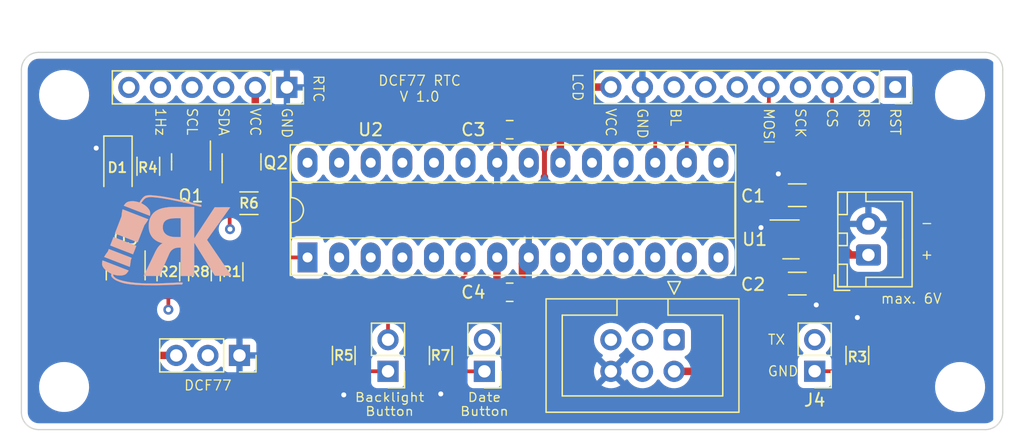
<source format=kicad_pcb>
(kicad_pcb (version 20211014) (generator pcbnew)
  (title_block (rev "1"))
  (layers (0 "F.Cu" signal "Front") (1 "In1.Cu" signal) (2 "In2.Cu" signal) (31 "B.Cu" signal "Back") (34 "B.Paste" user) (35 "F.Paste" user) (36 "B.SilkS" user "B.Silkscreen") (37 "F.SilkS" user "F.Silkscreen") (38 "B.Mask" user) (39 "F.Mask" user) (44 "Edge.Cuts" user))
  (net 0 "")
  (net 1 "/V_IN")
  (net 2 "GND")
  (net 3 "/VCC")
  (net 4 "Net-(D1-Pad2)")
  (net 5 "/MISO")
  (net 6 "/SCK")
  (net 7 "/MOSI")
  (net 8 "/RESET")
  (net 9 "/DISP_RST")
  (net 10 "/RS")
  (net 11 "/CS")
  (net 12 "/BACKLIGHT")
  (net 13 "/SDA")
  (net 14 "/SCL")
  (net 15 "/RTC_1HZ")
  (net 16 "/SIGNAL")
  (net 17 "Net-(Q1-Pad1)")
  (net 18 "Net-(Q1-Pad2)")
  (net 19 "/DCF77_ON_OFF")
  (net 20 "/BL_BUTTON")
  (net 21 "/DT_BUTTON")
  (net 25 "/TX_SERIAL")
  (net 32 "Net-(J4-Pad1)")
  (net 35 "Net-(J6-Pad1)")
  (net 36 "/VCC-DCF77")
  (net 37 "Net-(J8-Pad1)")
  (net 38 "/SWITCH_DCF77")
  (footprint "Connector_PinSocket_2.54mm:PinSocket_1x06_P2.54mm_Vertical" (layer "F.Cu") (at 104.648 70.637 -90)
    (fp_text reference "J5" hide)
    (fp_text value "DS3231")
    (pad "1" thru_hole rect (at 0 0 270) (size 1.7 1.7) (drill 1) (layers *.Cu *.Mask) (net 2 "GND"))
    (pad "2" thru_hole oval (at 0 2.54 270) (size 1.7 1.7) (drill 1) (layers *.Cu *.Mask) (net 3 "/VCC"))
    (pad "3" thru_hole oval (at 0 5.08 270) (size 1.7 1.7) (drill 1) (layers *.Cu *.Mask) (net 13 "/SDA"))
    (pad "4" thru_hole oval (at 0 7.62 270) (size 1.7 1.7) (drill 1) (layers *.Cu *.Mask) (net 14 "/SCL"))
    (pad "5" thru_hole oval (at 0 10.16 270) (size 1.7 1.7) (drill 1) (layers *.Cu *.Mask) (net 15 "/RTC_1HZ"))
    (pad "6" thru_hole oval (at 0 12.7 270) (size 1.7 1.7) (drill 1) (layers *.Cu *.Mask))
  )
  (footprint "Resistor_SMD:R_1206_3216Metric_Pad1.30x1.75mm_HandSolder" (layer "F.Cu") (at 150.495 92.197 90)
    (fp_text reference "R3" (at -0.132 0 180) (layer "F.SilkS") (effects (font (size 0.8 0.8))))
    (fp_text value "1k")
    (pad "1" smd roundrect (at -1.55 0 90) (size 1.3 1.75) (layers "F.Cu" "F.Paste" "F.Mask") (roundrect_rratio 0.192308) (net 32 "Net-(J4-Pad1)"))
    (pad "2" smd roundrect (at 1.55 0 90) (size 1.3 1.75) (layers "F.Cu" "F.Paste" "F.Mask") (roundrect_rratio 0.192308) (net 2 "GND"))
  )
  (footprint "Connector_PinSocket_2.54mm:PinSocket_1x03_P2.54mm_Vertical" (layer "F.Cu") (at 100.838 92.202 -90)
    (fp_text reference "J7" hide)
    (fp_text value "DCF77-Receiver")
    (pad "1" thru_hole rect (at 0 0 270) (size 1.7 1.7) (drill 1) (layers *.Cu *.Mask) (net 2 "GND"))
    (pad "2" thru_hole oval (at 0 2.54 270) (size 1.7 1.7) (drill 1) (layers *.Cu *.Mask) (net 16 "/SIGNAL"))
    (pad "3" thru_hole oval (at 0 5.08 270) (size 1.7 1.7) (drill 1) (layers *.Cu *.Mask) (net 36 "/VCC-DCF77"))
  )
  (footprint "Capacitor_SMD:C_0805_2012Metric_Pad1.18x1.45mm_HandSolder" (layer "F.Cu") (at 122.555 87.122 180)
    (fp_text reference "C4" (at 2.921 0 180) (layer "F.SilkS"))
    (fp_text value "100n")
    (pad "1" smd roundrect (at -1.0375 0 180) (size 1.175 1.45) (layers "F.Cu" "F.Paste" "F.Mask") (roundrect_rratio 0.212766) (net 2 "GND"))
    (pad "2" smd roundrect (at 1.0375 0 180) (size 1.175 1.45) (layers "F.Cu" "F.Paste" "F.Mask") (roundrect_rratio 0.212766) (net 3 "/VCC"))
  )
  (footprint "Resistor_SMD:R_1206_3216Metric_Pad1.30x1.75mm_HandSolder" (layer "F.Cu") (at 109.22 92.202 -90)
    (fp_text reference "R5" (at 0 0 180) (layer "F.SilkS") (effects (font (size 0.8 0.8))))
    (fp_text value "8k2" hide)
    (pad "1" smd roundrect (at -1.55 0 270) (size 1.3 1.75) (layers "F.Cu" "F.Paste" "F.Mask") (roundrect_rratio 0.192308) (net 35 "Net-(J6-Pad1)"))
    (pad "2" smd roundrect (at 1.55 0 270) (size 1.3 1.75) (layers "F.Cu" "F.Paste" "F.Mask") (roundrect_rratio 0.192308) (net 2 "GND"))
  )
  (footprint "Resistor_SMD:R_1206_3216Metric_Pad1.30x1.75mm_HandSolder" (layer "F.Cu") (at 101.6 79.9557 180)
    (fp_text reference "R6" (at 0 0) (layer "F.SilkS") (effects (font (size 0.8 0.8))))
    (fp_text value "39k" hide)
    (pad "1" smd roundrect (at -1.55 0 180) (size 1.3 1.75) (layers "F.Cu" "F.Paste" "F.Mask") (roundrect_rratio 0.192308) (net 3 "/VCC"))
    (pad "2" smd roundrect (at 1.55 0 180) (size 1.3 1.75) (layers "F.Cu" "F.Paste" "F.Mask") (roundrect_rratio 0.192308) (net 16 "/SIGNAL"))
  )
  (footprint "Capacitor_SMD:C_1206_3216Metric_Pad1.33x1.80mm_HandSolder" (layer "F.Cu") (at 145.669 86.4235)
    (fp_text reference "C2" (at -3.556 0.0635) (layer "F.SilkS"))
    (fp_text value "1u")
    (pad "1" smd roundrect (at -1.5625 0) (size 1.325 1.8) (layers "F.Cu" "F.Paste" "F.Mask") (roundrect_rratio 0.188679) (net 3 "/VCC"))
    (pad "2" smd roundrect (at 1.5625 0) (size 1.325 1.8) (layers "F.Cu" "F.Paste" "F.Mask") (roundrect_rratio 0.188679) (net 2 "GND"))
  )
  (footprint "Connector_PinHeader_2.54mm:PinHeader_1x02_P2.54mm_Vertical" (layer "F.Cu") (at 112.776 93.477 180)
    (fp_text reference "J6" hide)
    (fp_text value "Conn_01x02")
    (pad "1" thru_hole rect (at 0 0 180) (size 1.7 1.7) (drill 1) (layers *.Cu *.Mask) (net 35 "Net-(J6-Pad1)"))
    (pad "2" thru_hole oval (at 0 2.54 180) (size 1.7 1.7) (drill 1) (layers *.Cu *.Mask) (net 20 "/BL_BUTTON"))
  )
  (footprint "MountingHole:MountingHole_3mm" (layer "F.Cu") (at 158.75 94.742)
    (fp_text reference "H4" hide)
    (fp_text value "MountingHole")
    (pad "" np_thru_hole circle (at 0 0) (size 3 3) (drill 3) (layers *.Cu *.Mask))
  )
  (footprint "Capacitor_SMD:C_1206_3216Metric_Pad1.33x1.80mm_HandSolder" (layer "F.Cu") (at 145.669 79.3115 180)
    (fp_text reference "C1" (at 3.556 -0.0635 180) (layer "F.SilkS"))
    (fp_text value "1u")
    (pad "1" smd roundrect (at -1.5625 0 180) (size 1.325 1.8) (layers "F.Cu" "F.Paste" "F.Mask") (roundrect_rratio 0.188679) (net 1 "/V_IN"))
    (pad "2" smd roundrect (at 1.5625 0 180) (size 1.325 1.8) (layers "F.Cu" "F.Paste" "F.Mask") (roundrect_rratio 0.188679) (net 2 "GND"))
  )
  (footprint "Resistor_SMD:R_1206_3216Metric_Pad1.30x1.75mm_HandSolder" (layer "F.Cu") (at 97.663 85.471 -90)
    (fp_text reference "R8" (at 0 0 180) (layer "F.SilkS") (effects (font (size 0.8 0.8))))
    (fp_text value "22k" hide)
    (pad "1" smd roundrect (at -1.55 0 270) (size 1.3 1.75) (layers "F.Cu" "F.Paste" "F.Mask") (roundrect_rratio 0.192308) (net 3 "/VCC"))
    (pad "2" smd roundrect (at 1.55 0 270) (size 1.3 1.75) (layers "F.Cu" "F.Paste" "F.Mask") (roundrect_rratio 0.192308) (net 19 "/DCF77_ON_OFF"))
  )
  (footprint "Resistor_SMD:R_1206_3216Metric_Pad1.30x1.75mm_HandSolder" (layer "F.Cu") (at 100.203 85.471 -90)
    (fp_text reference "R1" (at 0 0 -180) (layer "F.SilkS") (effects (font (size 0.8 0.8))))
    (fp_text value "22K")
    (pad "1" smd roundrect (at -1.55 0 270) (size 1.3 1.75) (layers "F.Cu" "F.Paste" "F.Mask") (roundrect_rratio 0.192308) (net 3 "/VCC"))
    (pad "2" smd roundrect (at 1.55 0 270) (size 1.3 1.75) (layers "F.Cu" "F.Paste" "F.Mask") (roundrect_rratio 0.192308) (net 8 "/RESET"))
  )
  (footprint "Connector_PinHeader_2.54mm:PinHeader_1x02_P2.54mm_Vertical" (layer "F.Cu") (at 147.066 93.472 180)
    (fp_text reference "J4" (at 0 -2.33) (layer "F.SilkS"))
    (fp_text value "Conn_01x02")
    (pad "1" thru_hole rect (at 0 0 180) (size 1.7 1.7) (drill 1) (layers *.Cu *.Mask) (net 32 "Net-(J4-Pad1)"))
    (pad "2" thru_hole oval (at 0 2.54 180) (size 1.7 1.7) (drill 1) (layers *.Cu *.Mask) (net 25 "/TX_SERIAL"))
  )
  (footprint "MountingHole:MountingHole_3mm" (layer "F.Cu") (at 158.75 71.247)
    (fp_text reference "H2" hide)
    (fp_text value "MountingHole")
    (pad "" np_thru_hole circle (at 0 0) (size 3 3) (drill 3) (layers *.Cu *.Mask))
  )
  (footprint "Connector_JST:JST_XH_B2B-XH-A_1x02_P2.50mm_Vertical" (layer "F.Cu") (at 151.384 84.1175 90)
    (fp_text reference "J1" hide)
    (fp_text value "Conn_01x02_Male")
    (pad "1" thru_hole roundrect (at 0 0 90) (size 1.7 2) (drill 1) (layers *.Cu *.Mask) (roundrect_rratio 0.147059) (net 1 "/V_IN"))
    (pad "2" thru_hole oval (at 2.5 0 90) (size 1.7 2) (drill 1) (layers *.Cu *.Mask) (net 2 "GND"))
  )
  (footprint "Connector_IDC:IDC-Header_2x03_P2.54mm_Vertical" (layer "F.Cu") (at 135.768 90.9415 -90)
    (fp_text reference "J2" hide)
    (fp_text value "ISP")
    (pad "1" thru_hole roundrect (at 0 0 270) (size 1.7 1.7) (drill 1) (layers *.Cu *.Mask) (roundrect_rratio 0.147059) (net 5 "/MISO"))
    (pad "2" thru_hole circle (at 2.54 0 270) (size 1.7 1.7) (drill 1) (layers *.Cu *.Mask) (net 3 "/VCC"))
    (pad "3" thru_hole circle (at 0 2.54 270) (size 1.7 1.7) (drill 1) (layers *.Cu *.Mask) (net 6 "/SCK"))
    (pad "4" thru_hole circle (at 2.54 2.54 270) (size 1.7 1.7) (drill 1) (layers *.Cu *.Mask) (net 7 "/MOSI"))
    (pad "5" thru_hole circle (at 0 5.08 270) (size 1.7 1.7) (drill 1) (layers *.Cu *.Mask) (net 8 "/RESET"))
    (pad "6" thru_hole circle (at 2.54 5.08 270) (size 1.7 1.7) (drill 1) (layers *.Cu *.Mask) (net 2 "GND"))
  )
  (footprint "Package_TO_SOT_SMD:SOT-23" (layer "F.Cu") (at 145.161 82.8675)
    (fp_text reference "U1" (at -2.921 0 180) (layer "F.SilkS"))
    (fp_text value "MCP1700-3002E_SOT23")
    (pad "1" smd roundrect (at -0.9375 -0.95) (size 1.475 0.6) (layers "F.Cu" "F.Paste" "F.Mask") (net 2 "GND"))
    (pad "2" smd roundrect (at -0.9375 0.95) (size 1.475 0.6) (layers "F.Cu" "F.Paste" "F.Mask") (net 3 "/VCC"))
    (pad "3" smd roundrect (at 0.9375 0) (size 1.475 0.6) (layers "F.Cu" "F.Paste" "F.Mask") (net 1 "/V_IN"))
  )
  (footprint "MountingHole:MountingHole_3mm" (layer "F.Cu") (at 86.741 71.247)
    (fp_text reference "H1" hide)
    (fp_text value "MountingHole")
    (pad "" np_thru_hole circle (at 0 0) (size 3 3) (drill 3) (layers *.Cu *.Mask))
  )
  (footprint "Package_TO_SOT_SMD:SOT-23" (layer "F.Cu") (at 96.941 76.6295 -90)
    (fp_text reference "Q1" (at 2.7455 0) (layer "F.SilkS"))
    (fp_text value "BC847")
    (pad "1" smd roundrect (at -0.9375 -0.95 270) (size 1.475 0.6) (layers "F.Cu" "F.Paste" "F.Mask") (net 17 "Net-(Q1-Pad1)"))
    (pad "2" smd roundrect (at -0.9375 0.95 270) (size 1.475 0.6) (layers "F.Cu" "F.Paste" "F.Mask") (net 18 "Net-(Q1-Pad2)"))
    (pad "3" smd roundrect (at 0.9375 0 270) (size 1.475 0.6) (layers "F.Cu" "F.Paste" "F.Mask") (net 3 "/VCC"))
  )
  (footprint "Connector_PinHeader_2.54mm:PinHeader_1x02_P2.54mm_Vertical" (layer "F.Cu") (at 120.523 93.482 180)
    (fp_text reference "J8" hide)
    (fp_text value "Conn_01x02")
    (pad "1" thru_hole rect (at 0 0 180) (size 1.7 1.7) (drill 1) (layers *.Cu *.Mask) (net 37 "Net-(J8-Pad1)"))
    (pad "2" thru_hole oval (at 0 2.54 180) (size 1.7 1.7) (drill 1) (layers *.Cu *.Mask) (net 21 "/DT_BUTTON"))
  )
  (footprint "Resistor_SMD:R_1206_3216Metric_Pad1.30x1.75mm_HandSolder" (layer "F.Cu") (at 95.123 85.471 90)
    (fp_text reference "R2" (at 0 0 180) (layer "F.SilkS") (effects (font (size 0.8 0.8))))
    (fp_text value "1k" hide)
    (pad "1" smd roundrect (at -1.55 0 90) (size 1.3 1.75) (layers "F.Cu" "F.Paste" "F.Mask") (roundrect_rratio 0.192308) (net 38 "/SWITCH_DCF77"))
    (pad "2" smd roundrect (at 1.55 0 90) (size 1.3 1.75) (layers "F.Cu" "F.Paste" "F.Mask") (roundrect_rratio 0.192308) (net 19 "/DCF77_ON_OFF"))
  )
  (footprint "Connector_PinSocket_2.54mm:PinSocket_1x10_P2.54mm_Vertical" (layer "F.Cu") (at 153.543 70.612 -90)
    (fp_text reference "J3" hide)
    (fp_text value "LCD_Carrier_Board")
    (pad "1" thru_hole rect (at 0 0 270) (size 1.7 1.7) (drill 1) (layers *.Cu *.Mask) (net 9 "/DISP_RST"))
    (pad "2" thru_hole oval (at 0 2.54 270) (size 1.7 1.7) (drill 1) (layers *.Cu *.Mask) (net 10 "/RS"))
    (pad "3" thru_hole oval (at 0 5.08 270) (size 1.7 1.7) (drill 1) (layers *.Cu *.Mask) (net 11 "/CS"))
    (pad "4" thru_hole oval (at 0 7.62 270) (size 1.7 1.7) (drill 1) (layers *.Cu *.Mask) (net 6 "/SCK"))
    (pad "5" thru_hole oval (at 0 10.16 270) (size 1.7 1.7) (drill 1) (layers *.Cu *.Mask) (net 7 "/MOSI"))
    (pad "6" thru_hole oval (at 0 12.7 270) (size 1.7 1.7) (drill 1) (layers *.Cu *.Mask))
    (pad "7" thru_hole oval (at 0 15.24 270) (size 1.7 1.7) (drill 1) (layers *.Cu *.Mask))
    (pad "8" thru_hole oval (at 0 17.78 270) (size 1.7 1.7) (drill 1) (layers *.Cu *.Mask) (net 12 "/BACKLIGHT"))
    (pad "9" thru_hole oval (at 0 20.32 270) (size 1.7 1.7) (drill 1) (layers *.Cu *.Mask) (net 2 "GND"))
    (pad "10" thru_hole oval (at 0 22.86 270) (size 1.7 1.7) (drill 1) (layers *.Cu *.Mask) (net 3 "/VCC"))
  )
  (footprint "Capacitor_SMD:C_0805_2012Metric_Pad1.18x1.45mm_HandSolder" (layer "F.Cu") (at 122.555 74.041 180)
    (fp_text reference "C3" (at 2.921 0 180) (layer "F.SilkS"))
    (fp_text value "100n")
    (pad "1" smd roundrect (at -1.0375 0 180) (size 1.175 1.45) (layers "F.Cu" "F.Paste" "F.Mask") (roundrect_rratio 0.212766) (net 3 "/VCC"))
    (pad "2" smd roundrect (at 1.0375 0 180) (size 1.175 1.45) (layers "F.Cu" "F.Paste" "F.Mask") (roundrect_rratio 0.212766) (net 2 "GND"))
  )
  (footprint "Resistor_SMD:R_1206_3216Metric_Pad1.30x1.75mm_HandSolder" (layer "F.Cu") (at 93.512 76.9845 90)
    (fp_text reference "R4" (at -0.1045 -0.04 180) (layer "F.SilkS") (effects (font (size 0.8 0.8))))
    (fp_text value "470R")
    (pad "1" smd roundrect (at -1.55 0 90) (size 1.3 1.75) (layers "F.Cu" "F.Paste" "F.Mask") (roundrect_rratio 0.192308) (net 4 "Net-(D1-Pad2)"))
    (pad "2" smd roundrect (at 1.55 0 90) (size 1.3 1.75) (layers "F.Cu" "F.Paste" "F.Mask") (roundrect_rratio 0.192308) (net 18 "Net-(Q1-Pad2)"))
  )
  (footprint "Package_TO_SOT_SMD:SOT-23" (layer "F.Cu") (at 91.694 85.471 -90)
    (fp_text reference "Q3" (at -2.667 0) (layer "F.SilkS"))
    (fp_text value "IRLML6402")
    (pad "1" smd roundrect (at -0.9375 -0.95 270) (size 1.475 0.6) (layers "F.Cu" "F.Paste" "F.Mask") (net 19 "/DCF77_ON_OFF"))
    (pad "2" smd roundrect (at -0.9375 0.95 270) (size 1.475 0.6) (layers "F.Cu" "F.Paste" "F.Mask") (net 3 "/VCC"))
    (pad "3" smd roundrect (at 0.9375 0 270) (size 1.475 0.6) (layers "F.Cu" "F.Paste" "F.Mask") (net 36 "/VCC-DCF77"))
  )
  (footprint "MountingHole:MountingHole_3mm" (layer "F.Cu") (at 86.741 94.742)
    (fp_text reference "H3" hide)
    (fp_text value "MountingHole")
    (pad "" np_thru_hole circle (at 0 0) (size 3 3) (drill 3) (layers *.Cu *.Mask))
  )
  (footprint "Package_TO_SOT_SMD:SOT-23" (layer "F.Cu") (at 101.005 76.6295 90)
    (fp_text reference "Q2" (at -0.0785 2.754) (layer "F.SilkS"))
    (fp_text value "IRLML6402" hide)
    (pad "1" smd roundrect (at -0.9375 -0.95 90) (size 1.475 0.6) (layers "F.Cu" "F.Paste" "F.Mask") (net 16 "/SIGNAL"))
    (pad "2" smd roundrect (at -0.9375 0.95 90) (size 1.475 0.6) (layers "F.Cu" "F.Paste" "F.Mask") (net 3 "/VCC"))
    (pad "3" smd roundrect (at 0.9375 0 90) (size 1.475 0.6) (layers "F.Cu" "F.Paste" "F.Mask") (net 17 "Net-(Q1-Pad1)"))
  )
  (footprint "Package_DIP:DIP-28_W7.62mm_Socket_LongPads" (layer "F.Cu") (at 106.309 84.318 90)
    (fp_text reference "U2" (at 10.277 5.07 180) (layer "F.SilkS"))
    (fp_text value "ATtiny88-P")
    (pad "1" thru_hole rect (at 0 0 90) (size 2.4 1.6) (drill 0.8) (layers *.Cu *.Mask) (net 8 "/RESET"))
    (pad "2" thru_hole oval (at 0 2.54 90) (size 2.4 1.6) (drill 0.8) (layers *.Cu *.Mask))
    (pad "3" thru_hole oval (at 0 5.08 90) (size 2.4 1.6) (drill 0.8) (layers *.Cu *.Mask))
    (pad "4" thru_hole oval (at 0 7.62 90) (size 2.4 1.6) (drill 0.8) (layers *.Cu *.Mask) (net 16 "/SIGNAL"))
    (pad "5" thru_hole oval (at 0 10.16 90) (size 2.4 1.6) (drill 0.8) (layers *.Cu *.Mask) (net 15 "/RTC_1HZ"))
    (pad "6" thru_hole oval (at 0 12.7 90) (size 2.4 1.6) (drill 0.8) (layers *.Cu *.Mask) (net 20 "/BL_BUTTON"))
    (pad "7" thru_hole oval (at 0 15.24 90) (size 2.4 1.6) (drill 0.8) (layers *.Cu *.Mask) (net 3 "/VCC"))
    (pad "8" thru_hole oval (at 0 17.78 90) (size 2.4 1.6) (drill 0.8) (layers *.Cu *.Mask) (net 2 "GND"))
    (pad "9" thru_hole oval (at 0 20.32 90) (size 2.4 1.6) (drill 0.8) (layers *.Cu *.Mask) (net 38 "/SWITCH_DCF77"))
    (pad "10" thru_hole oval (at 0 22.86 90) (size 2.4 1.6) (drill 0.8) (layers *.Cu *.Mask))
    (pad "11" thru_hole oval (at 0 25.4 90) (size 2.4 1.6) (drill 0.8) (layers *.Cu *.Mask) (net 21 "/DT_BUTTON"))
    (pad "12" thru_hole oval (at 0 27.94 90) (size 2.4 1.6) (drill 0.8) (layers *.Cu *.Mask) (net 25 "/TX_SERIAL"))
    (pad "13" thru_hole oval (at 0 30.48 90) (size 2.4 1.6) (drill 0.8) (layers *.Cu *.Mask) (net 10 "/RS"))
    (pad "14" thru_hole oval (at 0 33.02 90) (size 2.4 1.6) (drill 0.8) (layers *.Cu *.Mask) (net 9 "/DISP_RST"))
    (pad "15" thru_hole oval (at 7.62 33.02 90) (size 2.4 1.6) (drill 0.8) (layers *.Cu *.Mask) (net 12 "/BACKLIGHT"))
    (pad "16" thru_hole oval (at 7.62 30.48 90) (size 2.4 1.6) (drill 0.8) (layers *.Cu *.Mask) (net 11 "/CS"))
    (pad "17" thru_hole oval (at 7.62 27.94 90) (size 2.4 1.6) (drill 0.8) (layers *.Cu *.Mask) (net 7 "/MOSI"))
    (pad "18" thru_hole oval (at 7.62 25.4 90) (size 2.4 1.6) (drill 0.8) (layers *.Cu *.Mask) (net 5 "/MISO"))
    (pad "19" thru_hole oval (at 7.62 22.86 90) (size 2.4 1.6) (drill 0.8) (layers *.Cu *.Mask) (net 6 "/SCK"))
    (pad "20" thru_hole oval (at 7.62 20.32 90) (size 2.4 1.6) (drill 0.8) (layers *.Cu *.Mask) (net 3 "/VCC"))
    (pad "21" thru_hole oval (at 7.62 17.78 90) (size 2.4 1.6) (drill 0.8) (layers *.Cu *.Mask))
    (pad "22" thru_hole oval (at 7.62 15.24 90) (size 2.4 1.6) (drill 0.8) (layers *.Cu *.Mask) (net 2 "GND"))
    (pad "23" thru_hole oval (at 7.62 12.7 90) (size 2.4 1.6) (drill 0.8) (layers *.Cu *.Mask))
    (pad "24" thru_hole oval (at 7.62 10.16 90) (size 2.4 1.6) (drill 0.8) (layers *.Cu *.Mask))
    (pad "25" thru_hole oval (at 7.62 7.62 90) (size 2.4 1.6) (drill 0.8) (layers *.Cu *.Mask))
    (pad "26" thru_hole oval (at 7.62 5.08 90) (size 2.4 1.6) (drill 0.8) (layers *.Cu *.Mask))
    (pad "27" thru_hole oval (at 7.62 2.54 90) (size 2.4 1.6) (drill 0.8) (layers *.Cu *.Mask) (net 13 "/SDA"))
    (pad "28" thru_hole oval (at 7.62 0 90) (size 2.4 1.6) (drill 0.8) (layers *.Cu *.Mask) (net 14 "/SCL"))
  )
  (footprint "LED_SMD:LED_1206_3216Metric_Pad1.42x1.75mm_HandSolder" (layer "F.Cu") (at 91.0736 77.0093 -90)
    (fp_text reference "D1" (at 0.0797 0.052) (layer "F.SilkS") (effects (font (size 0.8 0.8))))
    (fp_text value "LED")
    (pad "1" smd roundrect (at -1.4875 0 270) (size 1.425 1.75) (layers "F.Cu" "F.Paste" "F.Mask") (roundrect_rratio 0.175439) (net 2 "GND"))
    (pad "2" smd roundrect (at 1.4875 0 270) (size 1.425 1.75) (layers "F.Cu" "F.Paste" "F.Mask") (roundrect_rratio 0.175439) (net 4 "Net-(D1-Pad2)"))
  )
  (footprint "Resistor_SMD:R_1206_3216Metric_Pad1.30x1.75mm_HandSolder" (layer "F.Cu") (at 117.016 92.207 -90)
    (fp_text reference "R7" (at -0.005 0.0236 180) (layer "F.SilkS") (effects (font (size 0.8 0.8))))
    (fp_text value "8k2" hide)
    (pad "1" smd roundrect (at -1.55 0 270) (size 1.3 1.75) (layers "F.Cu" "F.Paste" "F.Mask") (roundrect_rratio 0.192308) (net 37 "Net-(J8-Pad1)"))
    (pad "2" smd roundrect (at 1.55 0 270) (size 1.3 1.75) (layers "F.Cu" "F.Paste" "F.Mask") (roundrect_rratio 0.192308) (net 2 "GND"))
  )
  (footprint "MySymbol:KR-Logo_10.4x7.2mm_SilkScreen" (layer "B.Cu") (at 94.996 82.931 180)
    (fp_text reference "G***" hide)
    (fp_text value "KR-Logo-10.4mm-SilkScreen" hide)
  )
  (gr_arc (start 83.312 69.215) (mid 83.721172 68.227172) (end 84.709 67.818) (layer "Edge.Cuts") (width 0.1))
  (gr_line (start 162.179 69.215) (end 162.179 96.774) (layer "Edge.Cuts") (width 0.1))
  (gr_arc (start 160.782 67.818) (mid 161.769828 68.227172) (end 162.179 69.215) (layer "Edge.Cuts") (width 0.1))
  (gr_arc (start 162.179 96.774) (mid 161.769828 97.761828) (end 160.782 98.171) (layer "Edge.Cuts") (width 0.1))
  (gr_line (start 83.312 69.215) (end 83.312 96.774) (layer "Edge.Cuts") (width 0.1))
  (gr_arc (start 84.709 98.171) (mid 83.721172 97.761828) (end 83.312 96.774) (layer "Edge.Cuts") (width 0.1))
  (gr_line (start 160.782 67.818) (end 84.709 67.818) (layer "Edge.Cuts") (width 0.1))
  (gr_line (start 84.709 98.171) (end 160.782 98.171) (layer "Edge.Cuts") (width 0.1))
  (gr_text "VCC" (at 102.108 73.425048 270) (layer "F.SilkS") (effects (font (size 0.8 0.8) (thickness 0.1))))
  (gr_text "TX" (at 143.992667 90.932) (layer "F.SilkS") (effects (font (size 0.8 0.8) (thickness 0.1))))
  (gr_text "RTC" (at 107.188 70.739 270) (layer "F.SilkS") (effects (font (size 0.8 0.8) (thickness 0.1))))
  (gr_text "GND" (at 104.648 73.501238 270) (layer "F.SilkS") (effects (font (size 0.8 0.8) (thickness 0.1))))
  (gr_text "1Hz" (at 94.488 73.406 270) (layer "F.SilkS") (effects (font (size 0.8 0.8) (thickness 0.1))))
  (gr_text "MOSI" (at 143.383 73.767905 270) (layer "F.SilkS") (effects (font (size 0.8 0.8) (thickness 0.1))))
  (gr_text "Backlight\nButton" (at 112.903 96.139) (layer "F.SilkS") (effects (font (size 0.7 0.8) (thickness 0.1))))
  (gr_text "GND" (at 144.526 93.472) (layer "F.SilkS") (effects (font (size 0.8 0.8) (thickness 0.1))))
  (gr_text "CS" (at 148.463 73.101238 270) (layer "F.SilkS") (effects (font (size 0.8 0.8) (thickness 0.1))))
  (gr_text "LCD" (at 128.016 70.612 270) (layer "F.SilkS") (effects (font (size 0.8 0.8) (thickness 0.1))))
  (gr_text "SCK" (at 145.923 73.501238 270) (layer "F.SilkS") (effects (font (size 0.8 0.8) (thickness 0.1))))
  (gr_text "SCL" (at 97.028 73.386953 270) (layer "F.SilkS") (effects (font (size 0.8 0.8) (thickness 0.1))))
  (gr_text "Date\nButton" (at 120.523 96.139) (layer "F.SilkS") (effects (font (size 0.7 0.8) (thickness 0.1))))
  (gr_text "-" (at 156.083 81.534) (layer "F.SilkS") (effects (font (size 0.8 0.8) (thickness 0.1))))
  (gr_text "BL" (at 135.89 73.044095 270) (layer "F.SilkS") (effects (font (size 0.8 0.8) (thickness 0.1))))
  (gr_text "SDA" (at 99.568 73.406 270) (layer "F.SilkS") (effects (font (size 0.8 0.8) (thickness 0.1))))
  (gr_text "RS" (at 151.003 73.101238 270) (layer "F.SilkS") (effects (font (size 0.8 0.8) (thickness 0.1))))
  (gr_text "GND" (at 133.223 73.539333 270) (layer "F.SilkS") (effects (font (size 0.8 0.8) (thickness 0.1))))
  (gr_text "+" (at 156.083 84.074) (layer "F.SilkS") (effects (font (size 0.8 0.8) (thickness 0.1))))
  (gr_text "max. 6V" (at 154.834 87.63) (layer "F.SilkS") (effects (font (size 0.8 0.8) (thickness 0.1))))
  (gr_text "VCC" (at 130.683 73.463143 270) (layer "F.SilkS") (effects (font (size 0.8 0.8) (thickness 0.1))))
  (gr_text "DCF77 RTC\nV 1.0" (at 115.316 70.739) (layer "F.SilkS") (effects (font (size 0.8 0.8) (thickness 0.1))))
  (gr_text "RST" (at 153.543 73.406 270) (layer "F.SilkS") (effects (font (size 0.8 0.8) (thickness 0.1))))
  (gr_text "DCF77" (at 98.298 94.615) (layer "F.SilkS") (effects (font (size 0.8 0.8) (thickness 0.1))))
  (segment (start 149.967 84.1175) (end 149.098 83.2485) (width 0.6) (layer "F.Cu") (net 1))
  (segment (start 147.1565 79.3115) (end 147.1565 80.745) (width 0.6) (layer "F.Cu") (net 1))
  (segment (start 149.098 83.2485) (end 149.098 80.0735) (width 0.6) (layer "F.Cu") (net 1))
  (segment (start 148.336 79.3115) (end 147.1565 79.3115) (width 0.6) (layer "F.Cu") (net 1))
  (segment (start 151.384 84.1175) (end 149.967 84.1175) (width 0.6) (layer "F.Cu") (net 1))
  (segment (start 147.1565 80.745) (end 146.0985 81.803) (width 0.6) (layer "F.Cu") (net 1))
  (segment (start 149.098 80.0735) (end 148.336 79.3115) (width 0.6) (layer "F.Cu") (net 1))
  (segment (start 146.0985 81.803) (end 146.0985 82.8675) (width 0.6) (layer "F.Cu") (net 1))
  (segment (start 117.016 93.757) (end 117.016 95.299) (width 0.6) (layer "F.Cu") (net 2))
  (segment (start 121.549 76.698) (end 121.549 74.06) (width 0.6) (layer "F.Cu") (net 2))
  (segment (start 144.2235 81.9175) (end 142.7505 81.9175) (width 0.6) (layer "F.Cu") (net 2))
  (segment (start 144.1815 77.6335) (end 144.145 77.597) (width 0.6) (layer "F.Cu") (net 2))
  (segment (start 91.0736 75.5218) (end 89.3242 75.5218) (width 0.6) (layer "F.Cu") (net 2))
  (segment (start 144.1815 79.3115) (end 144.1815 77.6335) (width 0.6) (layer "F.Cu") (net 2))
  (segment (start 150.495 90.647) (end 150.495 89.154) (width 0.6) (layer "F.Cu") (net 2))
  (segment (start 123.58 84.827) (end 124.089 84.318) (width 0.6) (layer "F.Cu") (net 2))
  (segment (start 147.1565 86.4235) (end 147.1565 88.1015) (width 0.6) (layer "F.Cu") (net 2))
  (segment (start 123.58 87.122) (end 123.58 84.827) (width 0.6) (layer "F.Cu") (net 2))
  (segment (start 109.22 93.752) (end 109.22 95.377) (width 0.6) (layer "F.Cu") (net 2))
  (segment (start 147.1565 88.1015) (end 147.193 88.138) (width 0.6) (layer "F.Cu") (net 2))
  (via (at 147.193 88.138) (size 0.8) (drill 0.4) (layers "F.Cu" "B.Cu") (net 2))
  (via (at 109.22 95.377) (size 0.8) (drill 0.4) (layers "F.Cu" "B.Cu") (net 2))
  (via (at 144.145 77.597) (size 0.8) (drill 0.4) (layers "F.Cu" "B.Cu") (net 2))
  (via (at 142.7505 81.9175) (size 0.8) (drill 0.4) (layers "F.Cu" "B.Cu") (net 2))
  (via (at 89.3242 75.5218) (size 0.8) (drill 0.4) (layers "F.Cu" "B.Cu") (net 2))
  (via (at 117.016 95.299) (size 0.8) (drill 0.4) (layers "F.Cu" "B.Cu") (net 2))
  (via (at 150.495 89.154) (size 0.8) (drill 0.4) (layers "F.Cu" "B.Cu") (net 2))
  (segment (start 101.955 79.603) (end 102.3077 79.9557) (width 0.6) (layer "F.Cu") (net 3))
  (segment (start 97.51273 74.3435) (end 101.38327 74.3435) (width 0.6) (layer "F.Cu") (net 3))
  (segment (start 141.605 84.963) (end 141.605 80.899) (width 0.6) (layer "F.Cu") (net 3))
  (segment (start 124.333 74.041) (end 123.58 74.041) (width 0.6) (layer "F.Cu") (net 3))
  (segment (start 125.603 88.519) (end 122.174 88.519) (width 0.6) (layer "F.Cu") (net 3))
  (segment (start 144.1815 86.4235) (end 144.1815 83.8595) (width 0.6) (layer "F.Cu") (net 3))
  (segment (start 100.356 83.921) (end 97.663 83.921) (width 0.6) (layer "F.Cu") (net 3))
  (segment (start 91.948 82.296) (end 90.744 83.5) (width 0.6) (layer "F.Cu") (net 3))
  (segment (start 102.3077 79.9557) (end 103.15 79.9557) (width 0.6) (layer "F.Cu") (net 3))
  (segment (start 125.349 79.883) (end 125.349 77.851) (width 0.6) (layer "F.Cu") (net 3))
  (segment (start 97.663 83.058) (end 96.901 82.296) (width 0.6) (layer "F.Cu") (net 3))
  (segment (start 144.1815 86.4235) (end 143.0655 86.4235) (width 0.6) (layer "F.Cu") (net 3))
  (segment (start 125.349 77.851) (end 125.349 75.565) (width 0.4) (layer "F.Cu") (net 3))
  (segment (start 102.108 72.644) (end 103.124 73.66) (width 0.6) (layer "F.Cu") (net 3))
  (segment (start 125.349 74.549) (end 124.841 74.041) (width 0.6) (layer "F.Cu") (net 3))
  (segment (start 127.6985 86.4235) (end 125.603 88.519) (width 0.6) (layer "F.Cu") (net 3))
  (segment (start 103.124 73.66) (end 103.124 79.9297) (width 0.6) (layer "F.Cu") (net 3))
  (segment (start 126.238 74.041) (end 126.629 74.432) (width 0.6) (layer "F.Cu") (net 3))
  (segment (start 123.571 71.628) (end 123.571 74.032) (width 0.6) (layer "F.Cu") (net 3))
  (segment (start 124.587 70.612) (end 123.571 71.628) (width 0.6) (layer "F.Cu") (net 3))
  (segment (start 124.333 74.041) (end 126.238 74.041) (width 0.6) (layer "F.Cu") (net 3))
  (segment (start 121.53 87.875) (end 121.53 87.122) (width 0.6) (layer "F.Cu") (net 3))
  (segment (start 103.15 79.9557) (end 103.15 81.127) (width 0.6) (layer "F.Cu") (net 3))
  (segment (start 101.955 77.567) (end 101.955 79.603) (width 0.6) (layer "F.Cu") (net 3))
  (segment (start 97.663 83.921) (end 97.663 83.058) (width 0.6) (layer "F.Cu") (net 3))
  (segment (start 96.901 82.296) (end 91.948 82.296) (width 0.6) (layer "F.Cu") (net 3))
  (segment (start 144.1815 86.4235) (end 144.1815 90.2605) (width 0.6) (layer "F.Cu") (net 3))
  (segment (start 121.53 87.122) (end 121.53 84.337) (width 0.6) (layer "F.Cu") (net 3))
  (segment (start 122.174 88.519) (end 121.53 87.875) (width 0.6) (layer "F.Cu") (net 3))
  (segment (start 101.955 74.91523) (end 101.955 77.567) (width 0.6) (layer "F.Cu") (net 3))
  (segment (start 96.941 74.91523) (end 97.51273 74.3435) (width 0.6) (layer "F.Cu") (net 3))
  (segment (start 103.15 81.127) (end 100.356 83.921) (width 0.6) (layer "F.Cu") (net 3))
  (segment (start 143.0655 86.4235) (end 141.605 84.963) (width 0.6) (layer "F.Cu") (net 3))
  (segment (start 144.1815 83.947) (end 144.1815 85.4345) (width 0.6) (layer "F.Cu") (net 3))
  (segment (start 101.38327 74.3435) (end 101.955 74.91523) (width 0.6) (layer "F.Cu") (net 3))
  (segment (start 144.1815 90.2605) (end 140.9605 93.4815) (width 0.6) (layer "F.Cu") (net 3))
  (segment (start 125.476 80.01) (end 125.349 79.883) (width 0.6) (layer "F.Cu") (net 3))
  (segment (start 144.1815 86.4235) (end 127.6985 86.4235) (width 0.6) (layer "F.Cu") (net 3))
  (segment (start 90.744 83.5) (end 90.744 84.5335) (width 0.6) (layer "F.Cu") (net 3))
  (segment (start 130.683 70.612) (end 124.587 70.612) (width 0.6) (layer "F.Cu") (net 3))
  (segment (start 102.108 70.637) (end 102.108 72.644) (width 0.6) (layer "F.Cu") (net 3))
  (segment (start 141.605 80.899) (end 140.716 80.01) (width 0.6) (layer "F.Cu") (net 3))
  (segment (start 124.841 74.041) (end 124.333 74.041) (width 0.6) (layer "F.Cu") (net 3))
  (segment (start 126.629 74.432) (end 126.629 76.698) (width 0.6) (layer "F.Cu") (net 3))
  (segment (start 144.1815 83.8595) (end 144.2235 83.8175) (width 0.6) (layer "F.Cu") (net 3))
  (segment (start 103.1935 80.01) (end 140.716 80.01) (width 0.6) (layer "F.Cu") (net 3))
  (segment (start 140.9605 93.4815) (end 135.768 93.4815) (width 0.6) (layer "F.Cu") (net 3))
  (segment (start 125.349 75.565) (end 125.349 74.549) (width 0.6) (layer "F.Cu") (net 3))
  (segment (start 96.941 77.567) (end 96.941 74.91523) (width 0.6) (layer "F.Cu") (net 3))
  (segment (start 93.512 78.5345) (end 91.1113 78.5345) (width 0.3) (layer "F.Cu") (net 4))
  (segment (start 134.249 74.412) (end 134.249 76.698) (width 0.3) (layer "F.Cu") (net 7))
  (segment (start 143.383 70.612) (end 143.383 71.882) (width 0.3) (layer "F.Cu") (net 7))
  (segment (start 141.986 73.279) (end 135.382 73.279) (width 0.3) (layer "F.Cu") (net 7))
  (segment (start 135.382 73.279) (end 134.249 74.412) (width 0.3) (layer "F.Cu") (net 7))
  (segment (start 143.383 71.882) (end 141.986 73.279) (width 0.3) (layer "F.Cu") (net 7))
  (segment (start 100.203 87.021) (end 101.828 87.021) (width 0.3) (layer "F.Cu") (net 8))
  (segment (start 104.531 84.318) (end 106.309 84.318) (width 0.3) (layer "F.Cu") (net 8))
  (segment (start 101.828 87.021) (end 104.531 84.318) (width 0.3) (layer "F.Cu") (net 8))
  (segment (start 137.414 73.914) (end 136.789 74.539) (width 0.3) (layer "F.Cu") (net 11))
  (segment (start 148.463 72.009) (end 146.558 73.914) (width 0.3) (layer "F.Cu") (net 11))
  (segment (start 136.789 74.539) (end 136.789 76.698) (width 0.3) (layer "F.Cu") (net 11))
  (segment (start 148.463 70.612) (end 148.463 72.009) (width 0.3) (layer "F.Cu") (net 11))
  (segment (start 146.558 73.914) (end 137.414 73.914) (width 0.3) (layer "F.Cu") (net 11))
  (segment (start 100.076 82.042) (end 100.05 82.016) (width 0.3) (layer "F.Cu") (net 16))
  (segment (start 100.05 79.9557) (end 100.05 77.572) (width 0.3) (layer "F.Cu") (net 16))
  (segment (start 100.05 82.016) (end 100.05 79.9557) (width 0.3) (layer "F.Cu") (net 16))
  (via (at 100.076 82.042) (size 0.8) (drill 0.4) (layers "F.Cu" "B.Cu") (net 16))
  (segment (start 97.891 75.692) (end 101.005 75.692) (width 0.3) (layer "F.Cu") (net 17))
  (segment (start 94.73 75.4345) (end 94.9875 75.692) (width 0.3) (layer "F.Cu") (net 18))
  (segment (start 94.9875 75.692) (end 95.991 75.692) (width 0.3) (layer "F.Cu") (net 18))
  (segment (start 93.512 75.4345) (end 94.73 75.4345) (width 0.3) (layer "F.Cu") (net 18))
  (segment (start 95.631 85.471) (end 97.155 85.471) (width 0.3) (layer "F.Cu") (net 19))
  (segment (start 97.663 85.979) (end 97.663 87.021) (width 0.3) (layer "F.Cu") (net 19))
  (segment (start 92.644 84.5335) (end 93.2665 84.5335) (width 0.3) (layer "F.Cu") (net 19))
  (segment (start 95.123 84.963) (end 95.631 85.471) (width 0.3) (layer "F.Cu") (net 19))
  (segment (start 97.155 85.471) (end 97.663 85.979) (width 0.3) (layer "F.Cu") (net 19))
  (segment (start 93.879 83.921) (end 95.123 83.921) (width 0.3) (layer "F.Cu") (net 19))
  (segment (start 93.2665 84.5335) (end 93.879 83.921) (width 0.3) (layer "F.Cu") (net 19))
  (segment (start 95.123 83.921) (end 95.123 84.963) (width 0.3) (layer "F.Cu") (net 19))
  (segment (start 112.776 86.741) (end 113.284 86.233) (width 0.3) (layer "F.Cu") (net 20))
  (segment (start 119.009 85.715) (end 119.009 84.318) (width 0.3) (layer "F.Cu") (net 20))
  (segment (start 113.284 86.233) (end 118.491 86.233) (width 0.3) (layer "F.Cu") (net 20))
  (segment (start 112.776 90.937) (end 112.776 86.741) (width 0.3) (layer "F.Cu") (net 20))
  (segment (start 118.491 86.233) (end 119.009 85.715) (width 0.3) (layer "F.Cu") (net 20))
  (segment (start 150.22 93.472) (end 147.066 93.472) (width 0.3) (layer "F.Cu") (net 32))
  (segment (start 109.22 91.445) (end 109.22 90.652) (width 0.3) (layer "F.Cu") (net 35))
  (segment (start 112.776 93.477) (end 111.252 93.477) (width 0.3) (layer "F.Cu") (net 35))
  (segment (start 111.252 93.477) (end 109.22 91.445) (width 0.3) (layer "F.Cu") (net 35))
  (segment (start 91.694 90.551) (end 93.345 92.202) (width 0.6) (layer "F.Cu") (net 36))
  (segment (start 93.345 92.202) (end 95.758 92.202) (width 0.6) (layer "F.Cu") (net 36))
  (segment (start 91.694 86.4085) (end 91.694 90.551) (width 0.6) (layer "F.Cu") (net 36))
  (segment (start 120.523 93.482) (end 119.004 93.482) (width 0.3) (layer "F.Cu") (net 37))
  (segment (start 117.016 91.494) (end 117.016 90.657) (width 0.3) (layer "F.Cu") (net 37))
  (segment (start 119.004 93.482) (end 117.016 91.494) (width 0.3) (layer "F.Cu") (net 37))
  (segment (start 95.123 87.021) (end 95.123 88.519) (width 0.3) (layer "F.Cu") (net 38))
  (via (at 95.123 88.519) (size 0.8) (drill 0.4) (layers "F.Cu" "B.Cu") (net 38))
  (zone (net 3) (net_name "/VCC") (layer "F.Cu") (connect_pads yes (clearance 0.508)) (min_thickness 0.254) (fill yes (thermal_gap 0.508) (thermal_bridge_width 0.508))
    (polygon (pts (xy 127.254 74.422) (xy 127 74.803) (xy 124.968 74.803) (xy 124.46 74.422) (xy 124.46 73.66) (xy 124.968 73.406) (xy 127 73.406) (xy 127.254 73.66)))
  )
  (zone (net 3) (net_name "/VCC") (layer "F.Cu") (connect_pads yes (clearance 0.508)) (min_thickness 0.254) (fill yes (thermal_gap 0.508) (thermal_bridge_width 0.508))
    (polygon (pts (xy 143.51 86.868) (xy 143.129 87.122) (xy 141.732 87.122) (xy 141.351 86.868) (xy 141.351 85.979) (xy 141.732 85.725) (xy 143.129 85.725) (xy 143.51 85.979)))
  )
  (zone (net 3) (net_name "/VCC") (layer "F.Cu") (connect_pads yes (clearance 0.508)) (min_thickness 0.254) (fill yes (thermal_gap 0.508) (thermal_bridge_width 0.508))
    (polygon (pts (xy 126.365 80.391) (xy 125.984 80.645) (xy 124.714 80.645) (xy 124.333 80.391) (xy 124.333 79.629) (xy 124.714 79.375) (xy 125.984 79.375) (xy 126.365 79.629)))
  )
  (zone (net 2) (net_name "GND") (layer "B.Cu") (connect_pads (clearance 0.508)) (min_thickness 0.254) (fill yes (thermal_gap 0.508) (thermal_bridge_width 0.508))
    (polygon (pts (xy 161.417 97.79) (xy 83.82 97.79) (xy 83.82 68.199) (xy 161.417 68.199)))
  )
)
</source>
